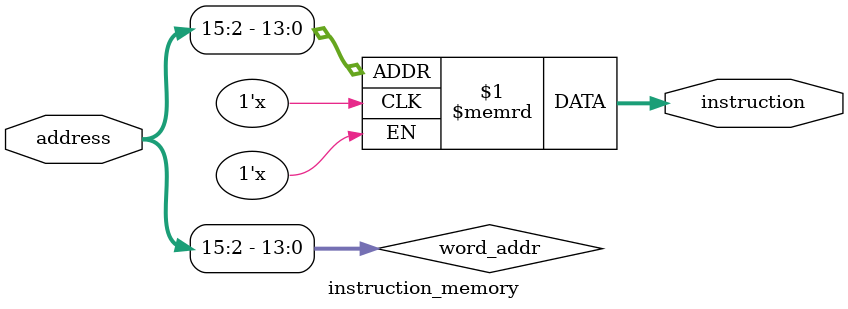
<source format=v>
`timescale 1ns / 1ps


module instruction_memory(
    input wire [31:0] address,
    output wire [31:0] instruction
);
    reg [31:0] memory [0:16383]; // 64KB instruction memory
    
    // Convert byte address to word address (ignoring the top bits)
    wire [13:0] word_addr = address[15:2];
    
    assign instruction = memory[word_addr];
endmodule

</source>
